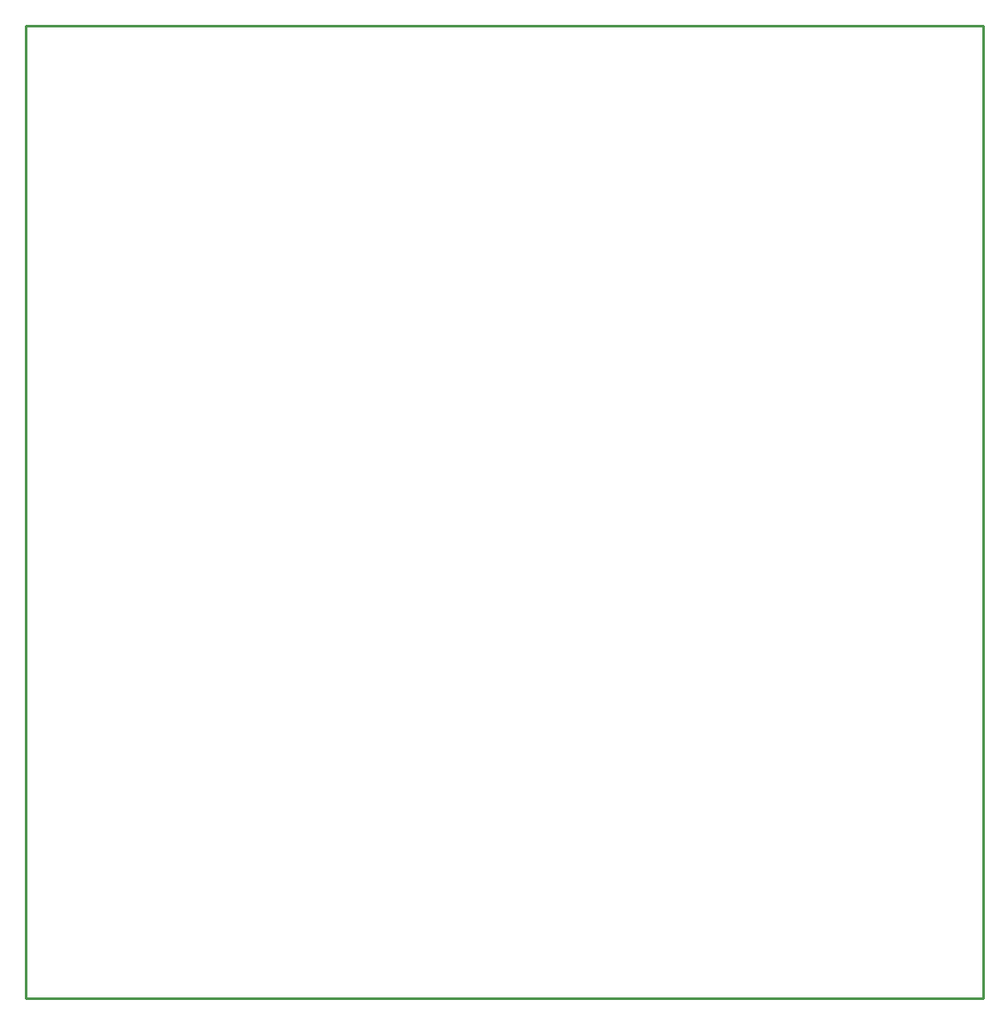
<source format=gko>
G04 Layer_Color=16711935*
%FSLAX25Y25*%
%MOIN*%
G70*
G01*
G75*
%ADD27C,0.01000*%
D27*
X0Y0D02*
X372500D01*
Y378000D01*
X0D02*
X372500D01*
X0Y0D02*
Y378000D01*
M02*

</source>
